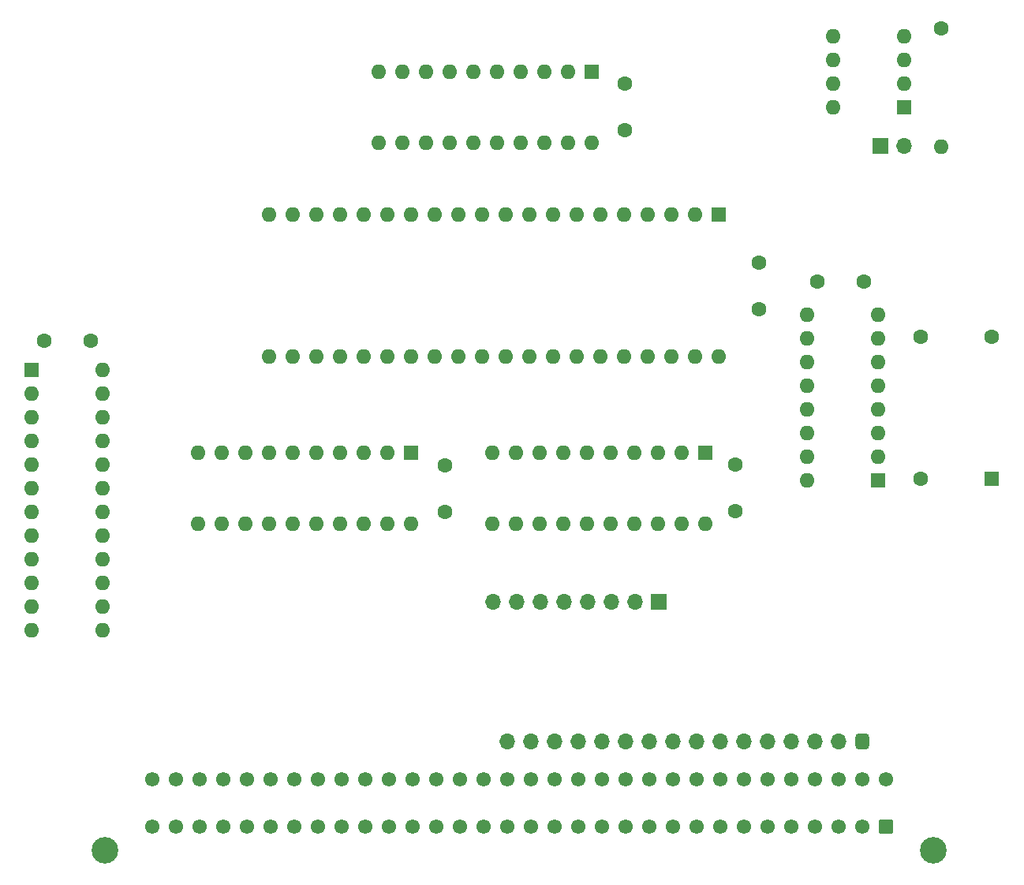
<source format=gbr>
%TF.GenerationSoftware,KiCad,Pcbnew,(6.0.7)*%
%TF.CreationDate,2023-04-20T17:26:34-06:00*%
%TF.ProjectId,boards,626f6172-6473-42e6-9b69-6361645f7063,rev?*%
%TF.SameCoordinates,Original*%
%TF.FileFunction,Soldermask,Bot*%
%TF.FilePolarity,Negative*%
%FSLAX46Y46*%
G04 Gerber Fmt 4.6, Leading zero omitted, Abs format (unit mm)*
G04 Created by KiCad (PCBNEW (6.0.7)) date 2023-04-20 17:26:34*
%MOMM*%
%LPD*%
G01*
G04 APERTURE LIST*
G04 Aperture macros list*
%AMRoundRect*
0 Rectangle with rounded corners*
0 $1 Rounding radius*
0 $2 $3 $4 $5 $6 $7 $8 $9 X,Y pos of 4 corners*
0 Add a 4 corners polygon primitive as box body*
4,1,4,$2,$3,$4,$5,$6,$7,$8,$9,$2,$3,0*
0 Add four circle primitives for the rounded corners*
1,1,$1+$1,$2,$3*
1,1,$1+$1,$4,$5*
1,1,$1+$1,$6,$7*
1,1,$1+$1,$8,$9*
0 Add four rect primitives between the rounded corners*
20,1,$1+$1,$2,$3,$4,$5,0*
20,1,$1+$1,$4,$5,$6,$7,0*
20,1,$1+$1,$6,$7,$8,$9,0*
20,1,$1+$1,$8,$9,$2,$3,0*%
G04 Aperture macros list end*
%ADD10R,1.600000X1.600000*%
%ADD11O,1.600000X1.600000*%
%ADD12R,1.700000X1.700000*%
%ADD13O,1.700000X1.700000*%
%ADD14C,1.600000*%
%ADD15C,2.850000*%
%ADD16C,1.550000*%
%ADD17RoundRect,0.249999X0.525001X0.525001X-0.525001X0.525001X-0.525001X-0.525001X0.525001X-0.525001X0*%
%ADD18RoundRect,0.375000X-0.375000X0.475000X-0.375000X-0.475000X0.375000X-0.475000X0.375000X0.475000X0*%
G04 APERTURE END LIST*
D10*
%TO.C,U3*%
X291300000Y-117050000D03*
D11*
X291300000Y-114510000D03*
X291300000Y-111970000D03*
X291300000Y-109430000D03*
X283680000Y-109430000D03*
X283680000Y-111970000D03*
X283680000Y-114510000D03*
X283680000Y-117050000D03*
%TD*%
D12*
%TO.C,J1*%
X264966646Y-170185468D03*
D13*
X262426646Y-170185468D03*
X259886646Y-170185468D03*
X257346646Y-170185468D03*
X254806646Y-170185468D03*
X252266646Y-170185468D03*
X249726646Y-170185468D03*
X247186646Y-170185468D03*
%TD*%
D10*
%TO.C,U6*%
X288550000Y-157125000D03*
D11*
X288550000Y-154585000D03*
X288550000Y-152045000D03*
X288550000Y-149505000D03*
X288550000Y-146965000D03*
X288550000Y-144425000D03*
X288550000Y-141885000D03*
X288550000Y-139345000D03*
X280930000Y-139345000D03*
X280930000Y-141885000D03*
X280930000Y-144425000D03*
X280930000Y-146965000D03*
X280930000Y-149505000D03*
X280930000Y-152045000D03*
X280930000Y-154585000D03*
X280930000Y-157125000D03*
%TD*%
D10*
%TO.C,X1*%
X300750000Y-157000000D03*
D14*
X300750000Y-141760000D03*
X293130000Y-141760000D03*
X293130000Y-157000000D03*
%TD*%
%TO.C,C4*%
X282018362Y-135762588D03*
X287018362Y-135762588D03*
%TD*%
D15*
%TO.C,J3*%
X205550000Y-196877500D03*
X294450000Y-196877500D03*
D16*
X289370000Y-189257500D03*
X286830000Y-189257500D03*
X284290000Y-189257500D03*
X281750000Y-189257500D03*
X279210000Y-189257500D03*
X276670000Y-189257500D03*
X274130000Y-189257500D03*
X271590000Y-189257500D03*
X269050000Y-189257500D03*
X266510000Y-189257500D03*
X263970000Y-189257500D03*
X261430000Y-189257500D03*
X258890000Y-189257500D03*
X256350000Y-189257500D03*
X253810000Y-189257500D03*
X251270000Y-189257500D03*
X248730000Y-189257500D03*
X246190000Y-189257500D03*
X243650000Y-189257500D03*
X241110000Y-189257500D03*
X238570000Y-189257500D03*
X236030000Y-189257500D03*
X233490000Y-189257500D03*
X230950000Y-189257500D03*
X228410000Y-189257500D03*
X225870000Y-189257500D03*
X223330000Y-189257500D03*
X220790000Y-189257500D03*
X218250000Y-189257500D03*
X215710000Y-189257500D03*
X213170000Y-189257500D03*
X210630000Y-189257500D03*
X210630000Y-194337500D03*
X213170000Y-194337500D03*
X215710000Y-194337500D03*
X218250000Y-194337500D03*
X220790000Y-194337500D03*
X223330000Y-194337500D03*
X225870000Y-194337500D03*
X228410000Y-194337500D03*
X230950000Y-194337500D03*
X233490000Y-194337500D03*
X236030000Y-194337500D03*
X238570000Y-194337500D03*
X241110000Y-194337500D03*
X243650000Y-194337500D03*
X246190000Y-194337500D03*
X248730000Y-194337500D03*
X251270000Y-194337500D03*
X253810000Y-194337500D03*
X256350000Y-194337500D03*
X258890000Y-194337500D03*
X261430000Y-194337500D03*
X263970000Y-194337500D03*
X266510000Y-194337500D03*
X269050000Y-194337500D03*
X271590000Y-194337500D03*
X274130000Y-194337500D03*
X276670000Y-194337500D03*
X279210000Y-194337500D03*
X281750000Y-194337500D03*
X284290000Y-194337500D03*
X286830000Y-194337500D03*
D17*
X289370000Y-194337500D03*
%TD*%
D10*
%TO.C,U2*%
X269990000Y-154130000D03*
D11*
X267450000Y-154130000D03*
X264910000Y-154130000D03*
X262370000Y-154130000D03*
X259830000Y-154130000D03*
X257290000Y-154130000D03*
X254750000Y-154130000D03*
X252210000Y-154130000D03*
X249670000Y-154130000D03*
X247130000Y-154130000D03*
X247130000Y-161750000D03*
X249670000Y-161750000D03*
X252210000Y-161750000D03*
X254750000Y-161750000D03*
X257290000Y-161750000D03*
X259830000Y-161750000D03*
X262370000Y-161750000D03*
X264910000Y-161750000D03*
X267450000Y-161750000D03*
X269990000Y-161750000D03*
%TD*%
D14*
%TO.C,C3*%
X275750000Y-138750000D03*
X275750000Y-133750000D03*
%TD*%
D13*
%TO.C,SW1*%
X291290000Y-121250000D03*
D12*
X288750000Y-121250000D03*
%TD*%
D11*
%TO.C,U4*%
X271375000Y-143865000D03*
X268835000Y-143865000D03*
X266295000Y-143865000D03*
X263755000Y-143865000D03*
X261215000Y-143865000D03*
X258675000Y-143865000D03*
X256135000Y-143865000D03*
X253595000Y-143865000D03*
X251055000Y-143865000D03*
X248515000Y-143865000D03*
X245975000Y-143865000D03*
X243435000Y-143865000D03*
X240895000Y-143865000D03*
X238355000Y-143865000D03*
X235815000Y-143865000D03*
X233275000Y-143865000D03*
X230735000Y-143865000D03*
X228195000Y-143865000D03*
X225655000Y-143865000D03*
X223115000Y-143865000D03*
X223115000Y-128625000D03*
X225655000Y-128625000D03*
X228195000Y-128625000D03*
X230735000Y-128625000D03*
X233275000Y-128625000D03*
X235815000Y-128625000D03*
X238355000Y-128625000D03*
X240895000Y-128625000D03*
X243435000Y-128625000D03*
X245975000Y-128625000D03*
X248515000Y-128625000D03*
X251055000Y-128625000D03*
X253595000Y-128625000D03*
X256135000Y-128625000D03*
X258675000Y-128625000D03*
X261215000Y-128625000D03*
X263755000Y-128625000D03*
X266295000Y-128625000D03*
X268835000Y-128625000D03*
D10*
X271375000Y-128625000D03*
%TD*%
D11*
%TO.C,U5*%
X257750000Y-120870000D03*
X255210000Y-120870000D03*
X252670000Y-120870000D03*
X250130000Y-120870000D03*
X247590000Y-120870000D03*
X245050000Y-120870000D03*
X242510000Y-120870000D03*
X239970000Y-120870000D03*
X237430000Y-120870000D03*
X234890000Y-120870000D03*
X234890000Y-113250000D03*
X237430000Y-113250000D03*
X239970000Y-113250000D03*
X242510000Y-113250000D03*
X245050000Y-113250000D03*
X247590000Y-113250000D03*
X250130000Y-113250000D03*
X252670000Y-113250000D03*
X255210000Y-113250000D03*
D10*
X257750000Y-113250000D03*
%TD*%
D14*
%TO.C,C5*%
X242000000Y-155500000D03*
X242000000Y-160500000D03*
%TD*%
%TO.C,C6*%
X261325000Y-114550000D03*
X261325000Y-119550000D03*
%TD*%
D13*
%TO.C,J2*%
X248729421Y-185147278D03*
X251269421Y-185147278D03*
X253809421Y-185147278D03*
X256349421Y-185147278D03*
X258889421Y-185147278D03*
X261429421Y-185147278D03*
X263969421Y-185147278D03*
X266509421Y-185147278D03*
X269049421Y-185147278D03*
X271589421Y-185147278D03*
X274129421Y-185147278D03*
X276669421Y-185147278D03*
X279209421Y-185147278D03*
X281749421Y-185147278D03*
X284289421Y-185147278D03*
D18*
X286829421Y-185147278D03*
%TD*%
D11*
%TO.C,R1*%
X295250000Y-121350000D03*
D14*
X295250000Y-108650000D03*
%TD*%
%TO.C,C2*%
X273204695Y-160453389D03*
X273204695Y-155453389D03*
%TD*%
D10*
%TO.C,U1*%
X197700000Y-145275000D03*
D11*
X197700000Y-147815000D03*
X197700000Y-150355000D03*
X197700000Y-152895000D03*
X197700000Y-155435000D03*
X197700000Y-157975000D03*
X197700000Y-160515000D03*
X197700000Y-163055000D03*
X197700000Y-165595000D03*
X197700000Y-168135000D03*
X197700000Y-170675000D03*
X197700000Y-173215000D03*
X205320000Y-173215000D03*
X205320000Y-170675000D03*
X205320000Y-168135000D03*
X205320000Y-165595000D03*
X205320000Y-163055000D03*
X205320000Y-160515000D03*
X205320000Y-157975000D03*
X205320000Y-155435000D03*
X205320000Y-152895000D03*
X205320000Y-150355000D03*
X205320000Y-147815000D03*
X205320000Y-145275000D03*
%TD*%
%TO.C,U7*%
X238425000Y-161820000D03*
X235885000Y-161820000D03*
X233345000Y-161820000D03*
X230805000Y-161820000D03*
X228265000Y-161820000D03*
X225725000Y-161820000D03*
X223185000Y-161820000D03*
X220645000Y-161820000D03*
X218105000Y-161820000D03*
X215565000Y-161820000D03*
X215565000Y-154200000D03*
X218105000Y-154200000D03*
X220645000Y-154200000D03*
X223185000Y-154200000D03*
X225725000Y-154200000D03*
X228265000Y-154200000D03*
X230805000Y-154200000D03*
X233345000Y-154200000D03*
X235885000Y-154200000D03*
D10*
X238425000Y-154200000D03*
%TD*%
D14*
%TO.C,C1*%
X199039984Y-142173489D03*
X204039984Y-142173489D03*
%TD*%
M02*

</source>
